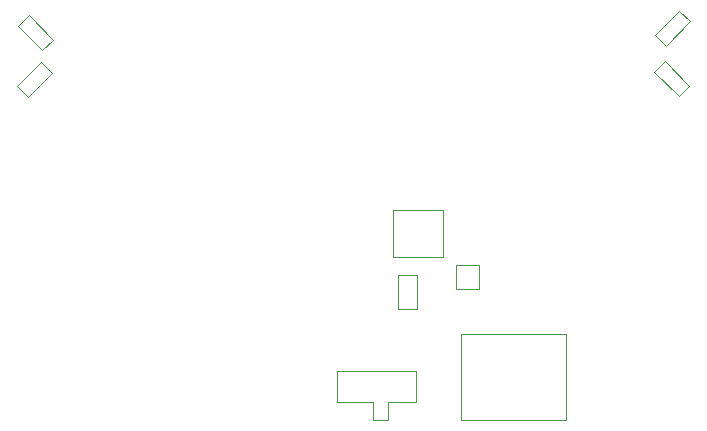
<source format=gbr>
G04 #@! TF.GenerationSoftware,KiCad,Pcbnew,9.0.3*
G04 #@! TF.CreationDate,2026-01-20T11:30:40+07:00*
G04 #@! TF.ProjectId,Mini_drone_PCB,4d696e69-5f64-4726-9f6e-655f5043422e,rev?*
G04 #@! TF.SameCoordinates,Original*
G04 #@! TF.FileFunction,Other,User*
%FSLAX46Y46*%
G04 Gerber Fmt 4.6, Leading zero omitted, Abs format (unit mm)*
G04 Created by KiCad (PCBNEW 9.0.3) date 2026-01-20 11:30:40*
%MOMM*%
%LPD*%
G01*
G04 APERTURE LIST*
%ADD10C,0.051000*%
G04 APERTURE END LIST*
D10*
G04 #@! TO.C,Q5*
X111465076Y-102515685D02*
X113515685Y-100465076D01*
X112384315Y-103434924D02*
X111465076Y-102515685D01*
X113515685Y-100465076D02*
X114434924Y-101384315D01*
X114434924Y-101384315D02*
X112384315Y-103434924D01*
G04 #@! TO.C,Q4*
X165457969Y-98158578D02*
X167508578Y-96107969D01*
X166377208Y-99077817D02*
X165457969Y-98158578D01*
X167508578Y-96107969D02*
X168427817Y-97027208D01*
X168427817Y-97027208D02*
X166377208Y-99077817D01*
G04 #@! TO.C,Q3*
X111515076Y-97434315D02*
X112434315Y-96515076D01*
X112434315Y-96515076D02*
X114484924Y-98565685D01*
X113565685Y-99484924D02*
X111515076Y-97434315D01*
X114484924Y-98565685D02*
X113565685Y-99484924D01*
G04 #@! TO.C,U1*
X148599999Y-117650500D02*
X150599999Y-117650500D01*
X148599999Y-119650500D02*
X148599999Y-117650500D01*
X150599999Y-117650500D02*
X150599999Y-119650500D01*
X150599999Y-119650500D02*
X148599999Y-119650500D01*
G04 #@! TO.C,USB1*
X149050000Y-123462500D02*
X157950000Y-123462500D01*
X149050000Y-130812500D02*
X149050000Y-123462500D01*
X157950000Y-123462500D02*
X157950000Y-130812500D01*
X157950000Y-130812500D02*
X149050000Y-130812500D01*
G04 #@! TO.C,U6*
X143687500Y-118485000D02*
X145312500Y-118485000D01*
X143687500Y-121385000D02*
X143687500Y-118485000D01*
X145312500Y-118485000D02*
X145312500Y-121385000D01*
X145312500Y-121385000D02*
X143687500Y-121385000D01*
G04 #@! TO.C,U2*
X143300000Y-113000000D02*
X147500000Y-113000000D01*
X143300000Y-117000000D02*
X143300000Y-113000000D01*
X147500000Y-113000000D02*
X147500000Y-117000000D01*
X147500000Y-117000000D02*
X143300000Y-117000000D01*
G04 #@! TO.C,Q6*
X165414893Y-101334499D02*
X166334132Y-100415260D01*
X166334132Y-100415260D02*
X168384741Y-102465869D01*
X167465502Y-103385108D02*
X165414893Y-101334499D01*
X168384741Y-102465869D02*
X167465502Y-103385108D01*
G04 #@! TO.C,SW2*
X138550000Y-126650000D02*
X138550000Y-129250000D01*
X138550000Y-129250000D02*
X141565000Y-129250000D01*
X141565000Y-129250000D02*
X141565000Y-130760000D01*
X141565000Y-130760000D02*
X142865000Y-130760000D01*
X142865000Y-129250000D02*
X145250000Y-129250000D01*
X142865000Y-130760000D02*
X142865000Y-129250000D01*
X145250000Y-126650000D02*
X138550000Y-126650000D01*
X145250000Y-129250000D02*
X145250000Y-126650000D01*
G04 #@! TD*
M02*

</source>
